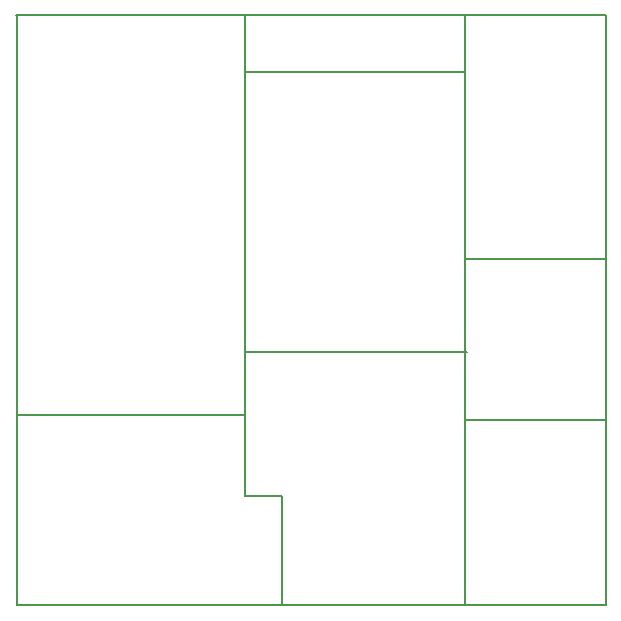
<source format=gbr>
G04 #@! TF.FileFunction,Profile,NP*
%FSLAX46Y46*%
G04 Gerber Fmt 4.6, Leading zero omitted, Abs format (unit mm)*
G04 Created by KiCad (PCBNEW 4.0.4-stable) date 04/03/18 15:39:41*
%MOMM*%
%LPD*%
G01*
G04 APERTURE LIST*
%ADD10C,0.100000*%
%ADD11C,0.150000*%
G04 APERTURE END LIST*
D10*
D11*
X147060000Y-102330000D02*
X147060000Y-111550000D01*
X144000000Y-102320000D02*
X147060000Y-102330000D01*
X144000000Y-95460000D02*
X144000000Y-102320000D01*
X143990000Y-66370000D02*
X162580000Y-66370000D01*
X162590000Y-95870000D02*
X174410000Y-95870000D01*
X174480000Y-82200000D02*
X162570000Y-82200000D01*
X162580000Y-61640000D02*
X162590000Y-111550000D01*
X143980000Y-90130000D02*
X162800000Y-90130000D01*
X143990000Y-95450000D02*
X143990000Y-61620000D01*
X124650000Y-95450000D02*
X143990000Y-95450000D01*
X124640000Y-111540000D02*
X124640000Y-61600000D01*
X174510000Y-111540000D02*
X124640000Y-111540000D01*
X174510000Y-61610000D02*
X174510000Y-111540000D01*
X124550000Y-61610000D02*
X174510000Y-61610000D01*
M02*

</source>
